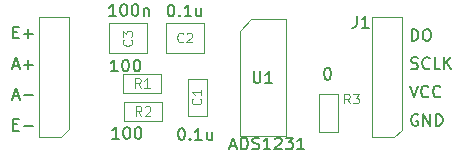
<source format=gbr>
%TF.GenerationSoftware,KiCad,Pcbnew,(5.1.9)-1*%
%TF.CreationDate,2021-02-09T16:44:42+01:00*%
%TF.ProjectId,Pro,50726f2e-6b69-4636-9164-5f7063625858,rev?*%
%TF.SameCoordinates,Original*%
%TF.FileFunction,Other,Fab,Top*%
%FSLAX46Y46*%
G04 Gerber Fmt 4.6, Leading zero omitted, Abs format (unit mm)*
G04 Created by KiCad (PCBNEW (5.1.9)-1) date 2021-02-09 16:44:42*
%MOMM*%
%LPD*%
G01*
G04 APERTURE LIST*
%ADD10C,0.150000*%
%ADD11C,0.100000*%
%ADD12C,0.120000*%
G04 APERTURE END LIST*
D10*
X77933333Y-97600000D02*
X77838095Y-97552380D01*
X77695238Y-97552380D01*
X77552380Y-97600000D01*
X77457142Y-97695238D01*
X77409523Y-97790476D01*
X77361904Y-97980952D01*
X77361904Y-98123809D01*
X77409523Y-98314285D01*
X77457142Y-98409523D01*
X77552380Y-98504761D01*
X77695238Y-98552380D01*
X77790476Y-98552380D01*
X77933333Y-98504761D01*
X77980952Y-98457142D01*
X77980952Y-98123809D01*
X77790476Y-98123809D01*
X78409523Y-98552380D02*
X78409523Y-97552380D01*
X78980952Y-98552380D01*
X78980952Y-97552380D01*
X79457142Y-98552380D02*
X79457142Y-97552380D01*
X79695238Y-97552380D01*
X79838095Y-97600000D01*
X79933333Y-97695238D01*
X79980952Y-97790476D01*
X80028571Y-97980952D01*
X80028571Y-98123809D01*
X79980952Y-98314285D01*
X79933333Y-98409523D01*
X79838095Y-98504761D01*
X79695238Y-98552380D01*
X79457142Y-98552380D01*
X77266666Y-95152380D02*
X77600000Y-96152380D01*
X77933333Y-95152380D01*
X78838095Y-96057142D02*
X78790476Y-96104761D01*
X78647619Y-96152380D01*
X78552380Y-96152380D01*
X78409523Y-96104761D01*
X78314285Y-96009523D01*
X78266666Y-95914285D01*
X78219047Y-95723809D01*
X78219047Y-95580952D01*
X78266666Y-95390476D01*
X78314285Y-95295238D01*
X78409523Y-95200000D01*
X78552380Y-95152380D01*
X78647619Y-95152380D01*
X78790476Y-95200000D01*
X78838095Y-95247619D01*
X79838095Y-96057142D02*
X79790476Y-96104761D01*
X79647619Y-96152380D01*
X79552380Y-96152380D01*
X79409523Y-96104761D01*
X79314285Y-96009523D01*
X79266666Y-95914285D01*
X79219047Y-95723809D01*
X79219047Y-95580952D01*
X79266666Y-95390476D01*
X79314285Y-95295238D01*
X79409523Y-95200000D01*
X79552380Y-95152380D01*
X79647619Y-95152380D01*
X79790476Y-95200000D01*
X79838095Y-95247619D01*
X77361904Y-93704761D02*
X77504761Y-93752380D01*
X77742857Y-93752380D01*
X77838095Y-93704761D01*
X77885714Y-93657142D01*
X77933333Y-93561904D01*
X77933333Y-93466666D01*
X77885714Y-93371428D01*
X77838095Y-93323809D01*
X77742857Y-93276190D01*
X77552381Y-93228571D01*
X77457142Y-93180952D01*
X77409523Y-93133333D01*
X77361904Y-93038095D01*
X77361904Y-92942857D01*
X77409523Y-92847619D01*
X77457142Y-92800000D01*
X77552381Y-92752380D01*
X77790476Y-92752380D01*
X77933333Y-92800000D01*
X78933333Y-93657142D02*
X78885714Y-93704761D01*
X78742857Y-93752380D01*
X78647619Y-93752380D01*
X78504761Y-93704761D01*
X78409523Y-93609523D01*
X78361904Y-93514285D01*
X78314285Y-93323809D01*
X78314285Y-93180952D01*
X78361904Y-92990476D01*
X78409523Y-92895238D01*
X78504761Y-92800000D01*
X78647619Y-92752380D01*
X78742857Y-92752380D01*
X78885714Y-92800000D01*
X78933333Y-92847619D01*
X79838095Y-93752380D02*
X79361904Y-93752380D01*
X79361904Y-92752380D01*
X80171428Y-93752380D02*
X80171428Y-92752380D01*
X80742857Y-93752380D02*
X80314285Y-93180952D01*
X80742857Y-92752380D02*
X80171428Y-93323809D01*
X77409523Y-91352380D02*
X77409523Y-90352380D01*
X77647618Y-90352380D01*
X77790476Y-90400000D01*
X77885714Y-90495238D01*
X77933333Y-90590476D01*
X77980952Y-90780952D01*
X77980952Y-90923809D01*
X77933333Y-91114285D01*
X77885714Y-91209523D01*
X77790476Y-91304761D01*
X77647618Y-91352380D01*
X77409523Y-91352380D01*
X78599999Y-90352380D02*
X78790476Y-90352380D01*
X78885714Y-90400000D01*
X78980952Y-90495238D01*
X79028571Y-90685714D01*
X79028571Y-91019047D01*
X78980952Y-91209523D01*
X78885714Y-91304761D01*
X78790476Y-91352380D01*
X78599999Y-91352380D01*
X78504761Y-91304761D01*
X78409523Y-91209523D01*
X78361904Y-91019047D01*
X78361904Y-90685714D01*
X78409523Y-90495238D01*
X78504761Y-90400000D01*
X78599999Y-90352380D01*
X43666666Y-98428571D02*
X44000000Y-98428571D01*
X44142857Y-98952380D02*
X43666666Y-98952380D01*
X43666666Y-97952380D01*
X44142857Y-97952380D01*
X44571428Y-98571428D02*
X45333333Y-98571428D01*
X43666667Y-96066666D02*
X44142857Y-96066666D01*
X43571429Y-96352380D02*
X43904762Y-95352380D01*
X44238095Y-96352380D01*
X44571429Y-95971428D02*
X45333333Y-95971428D01*
X43666667Y-93466666D02*
X44142857Y-93466666D01*
X43571429Y-93752380D02*
X43904762Y-92752380D01*
X44238095Y-93752380D01*
X44571429Y-93371428D02*
X45333333Y-93371428D01*
X44952381Y-93752380D02*
X44952381Y-92990476D01*
X43666666Y-90628571D02*
X44000000Y-90628571D01*
X44142857Y-91152380D02*
X43666666Y-91152380D01*
X43666666Y-90152380D01*
X44142857Y-90152380D01*
X44571428Y-90771428D02*
X45333333Y-90771428D01*
X44952380Y-91152380D02*
X44952380Y-90390476D01*
D11*
%TO.C,P1*%
X47752000Y-99489000D02*
X45847000Y-99489000D01*
X45847000Y-99489000D02*
X45847000Y-89329000D01*
X45847000Y-89329000D02*
X48387000Y-89329000D01*
X48387000Y-89329000D02*
X48387000Y-98854000D01*
X48387000Y-98854000D02*
X47752000Y-99489000D01*
%TO.C,J1*%
X75946000Y-99514000D02*
X74041000Y-99514000D01*
X74041000Y-99514000D02*
X74041000Y-89354000D01*
X74041000Y-89354000D02*
X76581000Y-89354000D01*
X76581000Y-89354000D02*
X76581000Y-98879000D01*
X76581000Y-98879000D02*
X75946000Y-99514000D01*
%TO.C,R3*%
X71158000Y-95882000D02*
X71158000Y-99082000D01*
X69558000Y-95882000D02*
X71158000Y-95882000D01*
X69558000Y-99082000D02*
X69558000Y-95882000D01*
X71158000Y-99082000D02*
X69558000Y-99082000D01*
%TO.C,U1*%
X62850000Y-90525000D02*
X63825000Y-89550000D01*
X62850000Y-99450000D02*
X62850000Y-90525000D01*
X66750000Y-99450000D02*
X62850000Y-99450000D01*
X66750000Y-89550000D02*
X66750000Y-99450000D01*
X63825000Y-89550000D02*
X66750000Y-89550000D01*
%TO.C,C2*%
X56615000Y-89882000D02*
X59815000Y-89882000D01*
X56615000Y-92382000D02*
X56615000Y-89882000D01*
X59815000Y-92382000D02*
X56615000Y-92382000D01*
X59815000Y-89882000D02*
X59815000Y-92382000D01*
%TO.C,C1*%
X58500000Y-97763000D02*
X58500000Y-94563000D01*
X60100000Y-97763000D02*
X58500000Y-97763000D01*
X60100000Y-94563000D02*
X60100000Y-97763000D01*
X58500000Y-94563000D02*
X60100000Y-94563000D01*
%TO.C,R1*%
X56211500Y-94150000D02*
X56211500Y-95750000D01*
X56211500Y-95750000D02*
X53011500Y-95750000D01*
X53011500Y-95750000D02*
X53011500Y-94150000D01*
X53011500Y-94150000D02*
X56211500Y-94150000D01*
%TO.C,R2*%
X53071500Y-96555000D02*
X56271500Y-96555000D01*
X53071500Y-98155000D02*
X53071500Y-96555000D01*
X56271500Y-98155000D02*
X53071500Y-98155000D01*
X56271500Y-96555000D02*
X56271500Y-98155000D01*
%TO.C,C3*%
X51789000Y-92382000D02*
X51789000Y-89882000D01*
X51789000Y-89882000D02*
X54989000Y-89882000D01*
X54989000Y-89882000D02*
X54989000Y-92382000D01*
X54989000Y-92382000D02*
X51789000Y-92382000D01*
%TD*%
%TO.C,J1*%
D10*
X72766666Y-89252380D02*
X72766666Y-89966666D01*
X72719047Y-90109523D01*
X72623809Y-90204761D01*
X72480952Y-90252380D01*
X72385714Y-90252380D01*
X73766666Y-90252380D02*
X73195238Y-90252380D01*
X73480952Y-90252380D02*
X73480952Y-89252380D01*
X73385714Y-89395238D01*
X73290476Y-89490476D01*
X73195238Y-89538095D01*
%TO.C,R3*%
X70252380Y-93652380D02*
X70347619Y-93652380D01*
X70442857Y-93700000D01*
X70490476Y-93747619D01*
X70538095Y-93842857D01*
X70585714Y-94033333D01*
X70585714Y-94271428D01*
X70538095Y-94461904D01*
X70490476Y-94557142D01*
X70442857Y-94604761D01*
X70347619Y-94652380D01*
X70252380Y-94652380D01*
X70157142Y-94604761D01*
X70109523Y-94557142D01*
X70061904Y-94461904D01*
X70014285Y-94271428D01*
X70014285Y-94033333D01*
X70061904Y-93842857D01*
X70109523Y-93747619D01*
X70157142Y-93700000D01*
X70252380Y-93652380D01*
D12*
X72166666Y-96661904D02*
X71900000Y-96280952D01*
X71709523Y-96661904D02*
X71709523Y-95861904D01*
X72014285Y-95861904D01*
X72090476Y-95900000D01*
X72128571Y-95938095D01*
X72166666Y-96014285D01*
X72166666Y-96128571D01*
X72128571Y-96204761D01*
X72090476Y-96242857D01*
X72014285Y-96280952D01*
X71709523Y-96280952D01*
X72433333Y-95861904D02*
X72928571Y-95861904D01*
X72661904Y-96166666D01*
X72776190Y-96166666D01*
X72852380Y-96204761D01*
X72890476Y-96242857D01*
X72928571Y-96319047D01*
X72928571Y-96509523D01*
X72890476Y-96585714D01*
X72852380Y-96623809D01*
X72776190Y-96661904D01*
X72547619Y-96661904D01*
X72471428Y-96623809D01*
X72433333Y-96585714D01*
%TO.C,U1*%
D10*
X62080952Y-100266666D02*
X62557142Y-100266666D01*
X61985714Y-100552380D02*
X62319047Y-99552380D01*
X62652380Y-100552380D01*
X62985714Y-100552380D02*
X62985714Y-99552380D01*
X63223809Y-99552380D01*
X63366666Y-99600000D01*
X63461904Y-99695238D01*
X63509523Y-99790476D01*
X63557142Y-99980952D01*
X63557142Y-100123809D01*
X63509523Y-100314285D01*
X63461904Y-100409523D01*
X63366666Y-100504761D01*
X63223809Y-100552380D01*
X62985714Y-100552380D01*
X63938095Y-100504761D02*
X64080952Y-100552380D01*
X64319047Y-100552380D01*
X64414285Y-100504761D01*
X64461904Y-100457142D01*
X64509523Y-100361904D01*
X64509523Y-100266666D01*
X64461904Y-100171428D01*
X64414285Y-100123809D01*
X64319047Y-100076190D01*
X64128571Y-100028571D01*
X64033333Y-99980952D01*
X63985714Y-99933333D01*
X63938095Y-99838095D01*
X63938095Y-99742857D01*
X63985714Y-99647619D01*
X64033333Y-99600000D01*
X64128571Y-99552380D01*
X64366666Y-99552380D01*
X64509523Y-99600000D01*
X65461904Y-100552380D02*
X64890476Y-100552380D01*
X65176190Y-100552380D02*
X65176190Y-99552380D01*
X65080952Y-99695238D01*
X64985714Y-99790476D01*
X64890476Y-99838095D01*
X65842857Y-99647619D02*
X65890476Y-99600000D01*
X65985714Y-99552380D01*
X66223809Y-99552380D01*
X66319047Y-99600000D01*
X66366666Y-99647619D01*
X66414285Y-99742857D01*
X66414285Y-99838095D01*
X66366666Y-99980952D01*
X65795238Y-100552380D01*
X66414285Y-100552380D01*
X66747619Y-99552380D02*
X67366666Y-99552380D01*
X67033333Y-99933333D01*
X67176190Y-99933333D01*
X67271428Y-99980952D01*
X67319047Y-100028571D01*
X67366666Y-100123809D01*
X67366666Y-100361904D01*
X67319047Y-100457142D01*
X67271428Y-100504761D01*
X67176190Y-100552380D01*
X66890476Y-100552380D01*
X66795238Y-100504761D01*
X66747619Y-100457142D01*
X68319047Y-100552380D02*
X67747619Y-100552380D01*
X68033333Y-100552380D02*
X68033333Y-99552380D01*
X67938095Y-99695238D01*
X67842857Y-99790476D01*
X67747619Y-99838095D01*
X64053333Y-93938333D02*
X64053333Y-94731666D01*
X64100000Y-94825000D01*
X64146666Y-94871666D01*
X64240000Y-94918333D01*
X64426666Y-94918333D01*
X64520000Y-94871666D01*
X64566666Y-94825000D01*
X64613333Y-94731666D01*
X64613333Y-93938333D01*
X65593333Y-94918333D02*
X65033333Y-94918333D01*
X65313333Y-94918333D02*
X65313333Y-93938333D01*
X65220000Y-94078333D01*
X65126666Y-94171666D01*
X65033333Y-94218333D01*
%TO.C,C2*%
X57000714Y-88284380D02*
X57095952Y-88284380D01*
X57191190Y-88332000D01*
X57238809Y-88379619D01*
X57286428Y-88474857D01*
X57334047Y-88665333D01*
X57334047Y-88903428D01*
X57286428Y-89093904D01*
X57238809Y-89189142D01*
X57191190Y-89236761D01*
X57095952Y-89284380D01*
X57000714Y-89284380D01*
X56905476Y-89236761D01*
X56857857Y-89189142D01*
X56810238Y-89093904D01*
X56762619Y-88903428D01*
X56762619Y-88665333D01*
X56810238Y-88474857D01*
X56857857Y-88379619D01*
X56905476Y-88332000D01*
X57000714Y-88284380D01*
X57762619Y-89189142D02*
X57810238Y-89236761D01*
X57762619Y-89284380D01*
X57715000Y-89236761D01*
X57762619Y-89189142D01*
X57762619Y-89284380D01*
X58762619Y-89284380D02*
X58191190Y-89284380D01*
X58476904Y-89284380D02*
X58476904Y-88284380D01*
X58381666Y-88427238D01*
X58286428Y-88522476D01*
X58191190Y-88570095D01*
X59619761Y-88617714D02*
X59619761Y-89284380D01*
X59191190Y-88617714D02*
X59191190Y-89141523D01*
X59238809Y-89236761D01*
X59334047Y-89284380D01*
X59476904Y-89284380D01*
X59572142Y-89236761D01*
X59619761Y-89189142D01*
D12*
X58081666Y-91417714D02*
X58043571Y-91455809D01*
X57929285Y-91493904D01*
X57853095Y-91493904D01*
X57738809Y-91455809D01*
X57662619Y-91379619D01*
X57624523Y-91303428D01*
X57586428Y-91151047D01*
X57586428Y-91036761D01*
X57624523Y-90884380D01*
X57662619Y-90808190D01*
X57738809Y-90732000D01*
X57853095Y-90693904D01*
X57929285Y-90693904D01*
X58043571Y-90732000D01*
X58081666Y-90770095D01*
X58386428Y-90770095D02*
X58424523Y-90732000D01*
X58500714Y-90693904D01*
X58691190Y-90693904D01*
X58767380Y-90732000D01*
X58805476Y-90770095D01*
X58843571Y-90846285D01*
X58843571Y-90922476D01*
X58805476Y-91036761D01*
X58348333Y-91493904D01*
X58843571Y-91493904D01*
%TO.C,C1*%
D10*
X57885714Y-98752380D02*
X57980952Y-98752380D01*
X58076190Y-98800000D01*
X58123809Y-98847619D01*
X58171428Y-98942857D01*
X58219047Y-99133333D01*
X58219047Y-99371428D01*
X58171428Y-99561904D01*
X58123809Y-99657142D01*
X58076190Y-99704761D01*
X57980952Y-99752380D01*
X57885714Y-99752380D01*
X57790476Y-99704761D01*
X57742857Y-99657142D01*
X57695238Y-99561904D01*
X57647619Y-99371428D01*
X57647619Y-99133333D01*
X57695238Y-98942857D01*
X57742857Y-98847619D01*
X57790476Y-98800000D01*
X57885714Y-98752380D01*
X58647619Y-99657142D02*
X58695238Y-99704761D01*
X58647619Y-99752380D01*
X58600000Y-99704761D01*
X58647619Y-99657142D01*
X58647619Y-99752380D01*
X59647619Y-99752380D02*
X59076190Y-99752380D01*
X59361904Y-99752380D02*
X59361904Y-98752380D01*
X59266666Y-98895238D01*
X59171428Y-98990476D01*
X59076190Y-99038095D01*
X60504761Y-99085714D02*
X60504761Y-99752380D01*
X60076190Y-99085714D02*
X60076190Y-99609523D01*
X60123809Y-99704761D01*
X60219047Y-99752380D01*
X60361904Y-99752380D01*
X60457142Y-99704761D01*
X60504761Y-99657142D01*
D12*
X59535714Y-96246333D02*
X59573809Y-96284428D01*
X59611904Y-96398714D01*
X59611904Y-96474904D01*
X59573809Y-96589190D01*
X59497619Y-96665380D01*
X59421428Y-96703476D01*
X59269047Y-96741571D01*
X59154761Y-96741571D01*
X59002380Y-96703476D01*
X58926190Y-96665380D01*
X58850000Y-96589190D01*
X58811904Y-96474904D01*
X58811904Y-96398714D01*
X58850000Y-96284428D01*
X58888095Y-96246333D01*
X59611904Y-95484428D02*
X59611904Y-95941571D01*
X59611904Y-95713000D02*
X58811904Y-95713000D01*
X58926190Y-95789190D01*
X59002380Y-95865380D01*
X59040476Y-95941571D01*
%TO.C,R1*%
D10*
X52533333Y-93952380D02*
X51961904Y-93952380D01*
X52247619Y-93952380D02*
X52247619Y-92952380D01*
X52152380Y-93095238D01*
X52057142Y-93190476D01*
X51961904Y-93238095D01*
X53152380Y-92952380D02*
X53247619Y-92952380D01*
X53342857Y-93000000D01*
X53390476Y-93047619D01*
X53438095Y-93142857D01*
X53485714Y-93333333D01*
X53485714Y-93571428D01*
X53438095Y-93761904D01*
X53390476Y-93857142D01*
X53342857Y-93904761D01*
X53247619Y-93952380D01*
X53152380Y-93952380D01*
X53057142Y-93904761D01*
X53009523Y-93857142D01*
X52961904Y-93761904D01*
X52914285Y-93571428D01*
X52914285Y-93333333D01*
X52961904Y-93142857D01*
X53009523Y-93047619D01*
X53057142Y-93000000D01*
X53152380Y-92952380D01*
X54104761Y-92952380D02*
X54200000Y-92952380D01*
X54295238Y-93000000D01*
X54342857Y-93047619D01*
X54390476Y-93142857D01*
X54438095Y-93333333D01*
X54438095Y-93571428D01*
X54390476Y-93761904D01*
X54342857Y-93857142D01*
X54295238Y-93904761D01*
X54200000Y-93952380D01*
X54104761Y-93952380D01*
X54009523Y-93904761D01*
X53961904Y-93857142D01*
X53914285Y-93761904D01*
X53866666Y-93571428D01*
X53866666Y-93333333D01*
X53914285Y-93142857D01*
X53961904Y-93047619D01*
X54009523Y-93000000D01*
X54104761Y-92952380D01*
D12*
X54478166Y-95311904D02*
X54211500Y-94930952D01*
X54021023Y-95311904D02*
X54021023Y-94511904D01*
X54325785Y-94511904D01*
X54401976Y-94550000D01*
X54440071Y-94588095D01*
X54478166Y-94664285D01*
X54478166Y-94778571D01*
X54440071Y-94854761D01*
X54401976Y-94892857D01*
X54325785Y-94930952D01*
X54021023Y-94930952D01*
X55240071Y-95311904D02*
X54782928Y-95311904D01*
X55011500Y-95311904D02*
X55011500Y-94511904D01*
X54935309Y-94626190D01*
X54859119Y-94702380D01*
X54782928Y-94740476D01*
%TO.C,R2*%
D10*
X52633333Y-99652380D02*
X52061904Y-99652380D01*
X52347619Y-99652380D02*
X52347619Y-98652380D01*
X52252380Y-98795238D01*
X52157142Y-98890476D01*
X52061904Y-98938095D01*
X53252380Y-98652380D02*
X53347619Y-98652380D01*
X53442857Y-98700000D01*
X53490476Y-98747619D01*
X53538095Y-98842857D01*
X53585714Y-99033333D01*
X53585714Y-99271428D01*
X53538095Y-99461904D01*
X53490476Y-99557142D01*
X53442857Y-99604761D01*
X53347619Y-99652380D01*
X53252380Y-99652380D01*
X53157142Y-99604761D01*
X53109523Y-99557142D01*
X53061904Y-99461904D01*
X53014285Y-99271428D01*
X53014285Y-99033333D01*
X53061904Y-98842857D01*
X53109523Y-98747619D01*
X53157142Y-98700000D01*
X53252380Y-98652380D01*
X54204761Y-98652380D02*
X54300000Y-98652380D01*
X54395238Y-98700000D01*
X54442857Y-98747619D01*
X54490476Y-98842857D01*
X54538095Y-99033333D01*
X54538095Y-99271428D01*
X54490476Y-99461904D01*
X54442857Y-99557142D01*
X54395238Y-99604761D01*
X54300000Y-99652380D01*
X54204761Y-99652380D01*
X54109523Y-99604761D01*
X54061904Y-99557142D01*
X54014285Y-99461904D01*
X53966666Y-99271428D01*
X53966666Y-99033333D01*
X54014285Y-98842857D01*
X54061904Y-98747619D01*
X54109523Y-98700000D01*
X54204761Y-98652380D01*
D12*
X54538166Y-97716904D02*
X54271500Y-97335952D01*
X54081023Y-97716904D02*
X54081023Y-96916904D01*
X54385785Y-96916904D01*
X54461976Y-96955000D01*
X54500071Y-96993095D01*
X54538166Y-97069285D01*
X54538166Y-97183571D01*
X54500071Y-97259761D01*
X54461976Y-97297857D01*
X54385785Y-97335952D01*
X54081023Y-97335952D01*
X54842928Y-96993095D02*
X54881023Y-96955000D01*
X54957214Y-96916904D01*
X55147690Y-96916904D01*
X55223880Y-96955000D01*
X55261976Y-96993095D01*
X55300071Y-97069285D01*
X55300071Y-97145476D01*
X55261976Y-97259761D01*
X54804833Y-97716904D01*
X55300071Y-97716904D01*
%TO.C,C3*%
D10*
X52380952Y-89252380D02*
X51809523Y-89252380D01*
X52095238Y-89252380D02*
X52095238Y-88252380D01*
X52000000Y-88395238D01*
X51904761Y-88490476D01*
X51809523Y-88538095D01*
X53000000Y-88252380D02*
X53095238Y-88252380D01*
X53190476Y-88300000D01*
X53238095Y-88347619D01*
X53285714Y-88442857D01*
X53333333Y-88633333D01*
X53333333Y-88871428D01*
X53285714Y-89061904D01*
X53238095Y-89157142D01*
X53190476Y-89204761D01*
X53095238Y-89252380D01*
X53000000Y-89252380D01*
X52904761Y-89204761D01*
X52857142Y-89157142D01*
X52809523Y-89061904D01*
X52761904Y-88871428D01*
X52761904Y-88633333D01*
X52809523Y-88442857D01*
X52857142Y-88347619D01*
X52904761Y-88300000D01*
X53000000Y-88252380D01*
X53952380Y-88252380D02*
X54047619Y-88252380D01*
X54142857Y-88300000D01*
X54190476Y-88347619D01*
X54238095Y-88442857D01*
X54285714Y-88633333D01*
X54285714Y-88871428D01*
X54238095Y-89061904D01*
X54190476Y-89157142D01*
X54142857Y-89204761D01*
X54047619Y-89252380D01*
X53952380Y-89252380D01*
X53857142Y-89204761D01*
X53809523Y-89157142D01*
X53761904Y-89061904D01*
X53714285Y-88871428D01*
X53714285Y-88633333D01*
X53761904Y-88442857D01*
X53809523Y-88347619D01*
X53857142Y-88300000D01*
X53952380Y-88252380D01*
X54714285Y-88585714D02*
X54714285Y-89252380D01*
X54714285Y-88680952D02*
X54761904Y-88633333D01*
X54857142Y-88585714D01*
X55000000Y-88585714D01*
X55095238Y-88633333D01*
X55142857Y-88728571D01*
X55142857Y-89252380D01*
D12*
X53674714Y-91265333D02*
X53712809Y-91303428D01*
X53750904Y-91417714D01*
X53750904Y-91493904D01*
X53712809Y-91608190D01*
X53636619Y-91684380D01*
X53560428Y-91722476D01*
X53408047Y-91760571D01*
X53293761Y-91760571D01*
X53141380Y-91722476D01*
X53065190Y-91684380D01*
X52989000Y-91608190D01*
X52950904Y-91493904D01*
X52950904Y-91417714D01*
X52989000Y-91303428D01*
X53027095Y-91265333D01*
X52950904Y-90998666D02*
X52950904Y-90503428D01*
X53255666Y-90770095D01*
X53255666Y-90655809D01*
X53293761Y-90579619D01*
X53331857Y-90541523D01*
X53408047Y-90503428D01*
X53598523Y-90503428D01*
X53674714Y-90541523D01*
X53712809Y-90579619D01*
X53750904Y-90655809D01*
X53750904Y-90884380D01*
X53712809Y-90960571D01*
X53674714Y-90998666D01*
%TD*%
M02*

</source>
